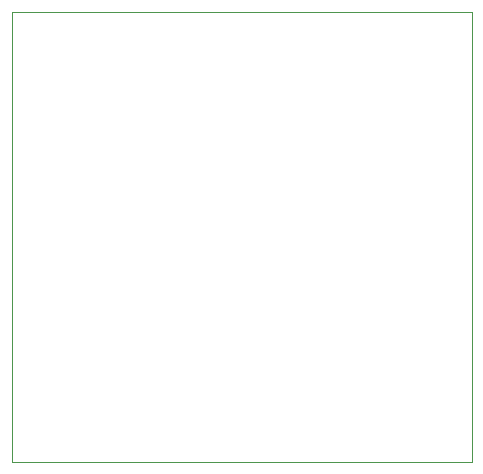
<source format=gbr>
%TF.GenerationSoftware,KiCad,Pcbnew,(6.0.7)*%
%TF.CreationDate,2023-09-09T12:04:14+08:00*%
%TF.ProjectId,Milling test pcb,4d696c6c-696e-4672-9074-657374207063,rev?*%
%TF.SameCoordinates,Original*%
%TF.FileFunction,Profile,NP*%
%FSLAX46Y46*%
G04 Gerber Fmt 4.6, Leading zero omitted, Abs format (unit mm)*
G04 Created by KiCad (PCBNEW (6.0.7)) date 2023-09-09 12:04:14*
%MOMM*%
%LPD*%
G01*
G04 APERTURE LIST*
%TA.AperFunction,Profile*%
%ADD10C,0.100000*%
%TD*%
G04 APERTURE END LIST*
D10*
X104100000Y-56900000D02*
X143000000Y-56900000D01*
X143000000Y-56900000D02*
X143000000Y-95000000D01*
X143000000Y-95000000D02*
X104100000Y-95000000D01*
X104100000Y-95000000D02*
X104100000Y-56900000D01*
M02*

</source>
